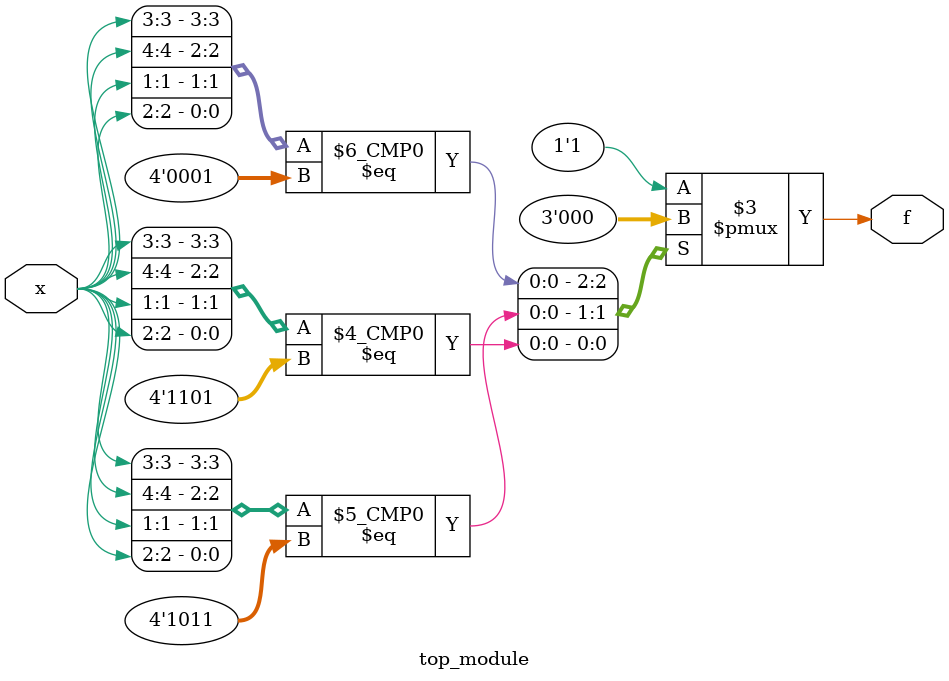
<source format=sv>
module top_module (
    input [4:1] x,
    output logic f
);

always_comb begin
    case ({x[3], x[4], x[1], x[2]})
        4'b0001: f = 0;
        4'b0011: f = 1;
        4'b0111: f = 1;
        4'b1001: f = 1;
        4'b1011: f = 0;
        4'b1101: f = 0;
        default: f = 1; // Don't care condition
    endcase
end

endmodule

</source>
